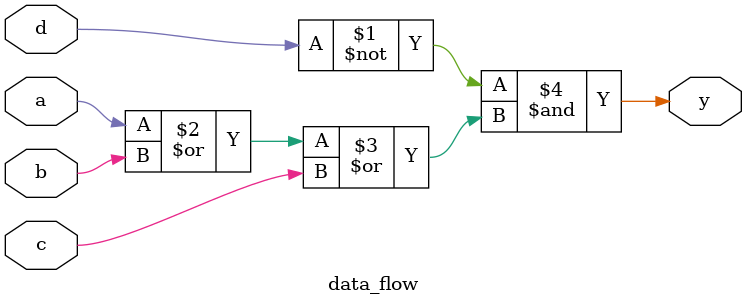
<source format=v>
module data_flow(y,a,b,c,d);
  input a,b,c,d;
  output y;
  assign y = ~d&(a|b|c);
endmodule

</source>
